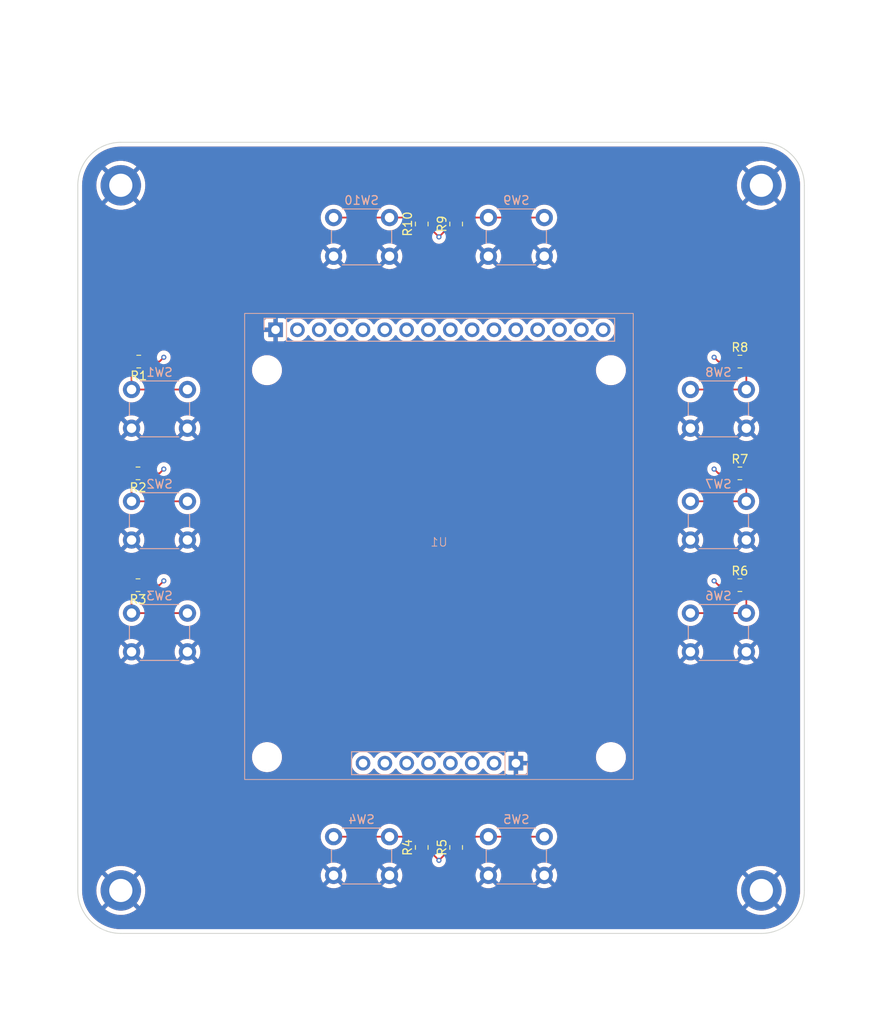
<source format=kicad_pcb>
(kicad_pcb (version 20240108) (generator "pcbnew") (generator_version "8.0")
  (layers (0 "F.Cu" signal) (1 "In1.Cu" signal) (2 "In2.Cu" signal) (31 "B.Cu" signal) (34 "B.Paste" user) (35 "F.Paste" user) (36 "B.SilkS" user "B.Silkscreen") (37 "F.SilkS" user "F.Silkscreen") (38 "B.Mask" user) (39 "F.Mask" user) (44 "Edge.Cuts" user))
  (net 0 "")
  (net 1 "/Btn/btn_1")
  (net 2 "VCC")
  (net 3 "/Btn/btn_2")
  (net 4 "/Btn/btn_3")
  (net 5 "/Btn/btn_10")
  (net 6 "/Btn/btn_9")
  (net 7 "/Btn/btn_8")
  (net 8 "/Btn/btn_7")
  (net 9 "/Btn/btn_6")
  (net 10 "/Btn/btn_5")
  (net 11 "/Btn/btn_4")
  (net 12 "GND")
  (footprint "Resistor_SMD:R_0805_2012Metric" (layer "F.Cu") (at 65 91.5 180)
    (property "Reference" "R2" (at 0 -1.65 360) (layer "F.SilkS"))
    (property "Value" "R")
    (fp_line (start -0.227064 0.735) (end 0.227064 0.735) (stroke (width 0.12)) (layer "F.SilkS"))
    (fp_line (start -0.227064 -0.735) (end 0.227064 -0.735) (stroke (width 0.12)) (layer "F.SilkS"))
    (pad "1" smd roundrect (at -0.9125 0 180) (size 1.025 1.4) (layers "F.Cu" "F.Paste" "F.Mask") (roundrect_rratio 0.243902) (net 2 "VCC"))
    (pad "2" smd roundrect (at 0.9125 0 180) (size 1.025 1.4) (layers "F.Cu" "F.Paste" "F.Mask") (roundrect_rratio 0.243902) (net 3 "/Btn/btn_2"))
  )
  (footprint "Resistor_SMD:R_0805_2012Metric" (layer "F.Cu") (at 65 104.5 180)
    (property "Reference" "R3" (at 0 -1.65 360) (layer "F.SilkS"))
    (property "Value" "R")
    (fp_line (start -0.227064 0.735) (end 0.227064 0.735) (stroke (width 0.12)) (layer "F.SilkS"))
    (fp_line (start -0.227064 -0.735) (end 0.227064 -0.735) (stroke (width 0.12)) (layer "F.SilkS"))
    (pad "1" smd roundrect (at -0.9125 0 180) (size 1.025 1.4) (layers "F.Cu" "F.Paste" "F.Mask") (roundrect_rratio 0.243902) (net 2 "VCC"))
    (pad "2" smd roundrect (at 0.9125 0 180) (size 1.025 1.4) (layers "F.Cu" "F.Paste" "F.Mask") (roundrect_rratio 0.243902) (net 4 "/Btn/btn_3"))
  )
  (footprint "MountingHole:MountingHole_2.7mm_M2.5_DIN965_Pad" (layer "F.Cu") (at 137.5 140)
    (property "Reference" "H2" (hide yes))
    (property "Value" "MountingHole_Pad" (hide yes))
    (pad "1" thru_hole circle (at 0 0) (size 4.7 4.7) (drill 2.7) (layers "*.Cu" "*.Mask") (net 12 "GND"))
  )
  (footprint "Resistor_SMD:R_0805_2012Metric" (layer "F.Cu") (at 135 78.5)
    (property "Reference" "R8" (at 0 -1.65 0) (layer "F.SilkS"))
    (property "Value" "R")
    (fp_line (start -0.227064 -0.735) (end 0.227064 -0.735) (stroke (width 0.12)) (layer "F.SilkS"))
    (fp_line (start -0.227064 0.735) (end 0.227064 0.735) (stroke (width 0.12)) (layer "F.SilkS"))
    (pad "1" smd roundrect (at -0.9125 0) (size 1.025 1.4) (layers "F.Cu" "F.Paste" "F.Mask") (roundrect_rratio 0.243902) (net 2 "VCC"))
    (pad "2" smd roundrect (at 0.9125 0) (size 1.025 1.4) (layers "F.Cu" "F.Paste" "F.Mask") (roundrect_rratio 0.243902) (net 9 "/Btn/btn_6"))
  )
  (footprint "MountingHole:MountingHole_2.7mm_M2.5_DIN965_Pad" (layer "F.Cu") (at 63 58)
    (property "Reference" "H3" (hide yes))
    (property "Value" "MountingHole_Pad" (hide yes))
    (pad "1" thru_hole circle (at 0 0) (size 4.7 4.7) (drill 2.7) (layers "*.Cu" "*.Mask") (net 12 "GND"))
  )
  (footprint "Resistor_SMD:R_0805_2012Metric" (layer "F.Cu") (at 65.0875 78.5 180)
    (property "Reference" "R1" (at 0 -1.65 360) (layer "F.SilkS"))
    (property "Value" "R")
    (fp_line (start -0.227064 0.735) (end 0.227064 0.735) (stroke (width 0.12)) (layer "F.SilkS"))
    (fp_line (start -0.227064 -0.735) (end 0.227064 -0.735) (stroke (width 0.12)) (layer "F.SilkS"))
    (pad "1" smd roundrect (at -0.9125 0 180) (size 1.025 1.4) (layers "F.Cu" "F.Paste" "F.Mask") (roundrect_rratio 0.243902) (net 2 "VCC"))
    (pad "2" smd roundrect (at 0.9125 0 180) (size 1.025 1.4) (layers "F.Cu" "F.Paste" "F.Mask") (roundrect_rratio 0.243902) (net 1 "/Btn/btn_1"))
  )
  (footprint "Resistor_SMD:R_0805_2012Metric" (layer "F.Cu") (at 135 104.5)
    (property "Reference" "R6" (at 0 -1.65 0) (layer "F.SilkS"))
    (property "Value" "R")
    (fp_line (start -0.227064 -0.735) (end 0.227064 -0.735) (stroke (width 0.12)) (layer "F.SilkS"))
    (fp_line (start -0.227064 0.735) (end 0.227064 0.735) (stroke (width 0.12)) (layer "F.SilkS"))
    (pad "1" smd roundrect (at -0.9125 0) (size 1.025 1.4) (layers "F.Cu" "F.Paste" "F.Mask") (roundrect_rratio 0.243902) (net 2 "VCC"))
    (pad "2" smd roundrect (at 0.9125 0) (size 1.025 1.4) (layers "F.Cu" "F.Paste" "F.Mask") (roundrect_rratio 0.243902) (net 7 "/Btn/btn_8"))
  )
  (footprint "Resistor_SMD:R_0805_2012Metric" (layer "F.Cu") (at 98 135 90)
    (property "Reference" "R4" (at 0 -1.65 90) (layer "F.SilkS"))
    (property "Value" "R")
    (fp_line (start -0.227064 -0.735) (end 0.227064 -0.735) (stroke (width 0.12)) (layer "F.SilkS"))
    (fp_line (start -0.227064 0.735) (end 0.227064 0.735) (stroke (width 0.12)) (layer "F.SilkS"))
    (pad "1" smd roundrect (at -0.9125 0 90) (size 1.025 1.4) (layers "F.Cu" "F.Paste" "F.Mask") (roundrect_rratio 0.243902) (net 2 "VCC"))
    (pad "2" smd roundrect (at 0.9125 0 90) (size 1.025 1.4) (layers "F.Cu" "F.Paste" "F.Mask") (roundrect_rratio 0.243902) (net 5 "/Btn/btn_10"))
  )
  (footprint "Resistor_SMD:R_0805_2012Metric" (layer "F.Cu") (at 135 91.5)
    (property "Reference" "R7" (at 0 -1.65 0) (layer "F.SilkS"))
    (property "Value" "R")
    (fp_line (start -0.227064 -0.735) (end 0.227064 -0.735) (stroke (width 0.12)) (layer "F.SilkS"))
    (fp_line (start -0.227064 0.735) (end 0.227064 0.735) (stroke (width 0.12)) (layer "F.SilkS"))
    (pad "1" smd roundrect (at -0.9125 0) (size 1.025 1.4) (layers "F.Cu" "F.Paste" "F.Mask") (roundrect_rratio 0.243902) (net 2 "VCC"))
    (pad "2" smd roundrect (at 0.9125 0) (size 1.025 1.4) (layers "F.Cu" "F.Paste" "F.Mask") (roundrect_rratio 0.243902) (net 8 "/Btn/btn_7"))
  )
  (footprint "MountingHole:MountingHole_2.7mm_M2.5_DIN965_Pad" (layer "F.Cu") (at 63 140)
    (property "Reference" "H4" (hide yes))
    (property "Value" "MountingHole_Pad" (hide yes))
    (pad "1" thru_hole circle (at 0 0) (size 4.7 4.7) (drill 2.7) (layers "*.Cu" "*.Mask") (net 12 "GND"))
  )
  (footprint "Resistor_SMD:R_0805_2012Metric" (layer "F.Cu") (at 102 62.5 90)
    (property "Reference" "R9" (at 0 -1.65 90) (layer "F.SilkS"))
    (property "Value" "R")
    (fp_line (start -0.227064 -0.735) (end 0.227064 -0.735) (stroke (width 0.12)) (layer "F.SilkS"))
    (fp_line (start -0.227064 0.735) (end 0.227064 0.735) (stroke (width 0.12)) (layer "F.SilkS"))
    (pad "1" smd roundrect (at -0.9125 0 90) (size 1.025 1.4) (layers "F.Cu" "F.Paste" "F.Mask") (roundrect_rratio 0.243902) (net 2 "VCC"))
    (pad "2" smd roundrect (at 0.9125 0 90) (size 1.025 1.4) (layers "F.Cu" "F.Paste" "F.Mask") (roundrect_rratio 0.243902) (net 10 "/Btn/btn_5"))
  )
  (footprint "Resistor_SMD:R_0805_2012Metric" (layer "F.Cu") (at 102 135 90)
    (property "Reference" "R5" (at 0 -1.65 90) (layer "F.SilkS"))
    (property "Value" "R")
    (fp_line (start -0.227064 -0.735) (end 0.227064 -0.735) (stroke (width 0.12)) (layer "F.SilkS"))
    (fp_line (start -0.227064 0.735) (end 0.227064 0.735) (stroke (width 0.12)) (layer "F.SilkS"))
    (pad "1" smd roundrect (at -0.9125 0 90) (size 1.025 1.4) (layers "F.Cu" "F.Paste" "F.Mask") (roundrect_rratio 0.243902) (net 2 "VCC"))
    (pad "2" smd roundrect (at 0.9125 0 90) (size 1.025 1.4) (layers "F.Cu" "F.Paste" "F.Mask") (roundrect_rratio 0.243902) (net 6 "/Btn/btn_9"))
  )
  (footprint "MountingHole:MountingHole_2.7mm_M2.5_DIN965_Pad" (layer "F.Cu") (at 137.5 58)
    (property "Reference" "H1" (hide yes))
    (property "Value" "MountingHole_Pad" (hide yes))
    (pad "1" thru_hole circle (at 0 0) (size 4.7 4.7) (drill 2.7) (layers "*.Cu" "*.Mask") (net 12 "GND"))
  )
  (footprint "Resistor_SMD:R_0805_2012Metric" (layer "F.Cu") (at 98 62.5 90)
    (property "Reference" "R10" (at 0 -1.65 90) (layer "F.SilkS"))
    (property "Value" "R")
    (fp_line (start -0.227064 -0.735) (end 0.227064 -0.735) (stroke (width 0.12)) (layer "F.SilkS"))
    (fp_line (start -0.227064 0.735) (end 0.227064 0.735) (stroke (width 0.12)) (layer "F.SilkS"))
    (pad "1" smd roundrect (at -0.9125 0 90) (size 1.025 1.4) (layers "F.Cu" "F.Paste" "F.Mask") (roundrect_rratio 0.243902) (net 2 "VCC"))
    (pad "2" smd roundrect (at 0.9125 0 90) (size 1.025 1.4) (layers "F.Cu" "F.Paste" "F.Mask") (roundrect_rratio 0.243902) (net 11 "/Btn/btn_4"))
  )
  (footprint "DigitalTrains:TFT 1.8 SPI" (layer "B.Cu") (at 100 100 180)
    (property "Reference" "U1" (at 0 0.5 0) (layer "B.SilkS") (effects (font (thickness 0.1)) (justify mirror)))
    (property "Value" "~")
    (fp_line (start 20.33 26.53) (end 19 26.53) (stroke (width 0.12)) (layer "B.SilkS"))
    (fp_line (start 20.33 25.2) (end 20.33 26.53) (stroke (width 0.12)) (layer "B.SilkS"))
    (fp_line (start 17.73 23.87) (end 17.73 26.53) (stroke (width 0.12)) (layer "B.SilkS"))
    (fp_line (start 10.16 -23.87) (end 10.16 -26.53) (stroke (width 0.12)) (layer "B.SilkS"))
    (fp_line (start 10.16 -23.87) (end -7.68 -23.87) (stroke (width 0.12)) (layer "B.SilkS"))
    (fp_line (start 10.16 -26.53) (end -7.68 -26.53) (stroke (width 0.12)) (layer "B.SilkS"))
    (fp_line (start -7.68 -23.87) (end -7.68 -26.53) (stroke (width 0.12)) (layer "B.SilkS"))
    (fp_line (start -10.28 -25.2) (end -10.28 -26.53) (stroke (width 0.12)) (layer "B.SilkS"))
    (fp_line (start -10.28 -26.53) (end -8.95 -26.53) (stroke (width 0.12)) (layer "B.SilkS"))
    (fp_line (start -20.43 26.53) (end 17.73 26.53) (stroke (width 0.12)) (layer "B.SilkS"))
    (fp_line (start -20.43 23.87) (end 17.73 23.87) (stroke (width 0.12)) (layer "B.SilkS"))
    (fp_line (start -20.43 23.87) (end -20.43 26.53) (stroke (width 0.12)) (layer "B.SilkS"))
    (fp_rect (start 22.6 -27.1) (end -22.6 27.1) (stroke (width 0.1)) (fill none) (layer "B.SilkS"))
    (pad "" np_thru_hole circle (at -20 -24.5 180) (size 3 3) (drill 3) (layers "F&B.Cu"))
    (pad "" np_thru_hole circle (at -20 20.5 180) (size 3 3) (drill 3) (layers "F&B.Cu"))
    (pad "" np_thru_hole circle (at 20 -24.5 180) (size 3 3) (drill 3) (layers "F&B.Cu"))
    (pad "" np_thru_hole circle (at 20 20.5 180) (size 3 3) (drill 3) (layers "F&B.Cu"))
    (pad "1" thru_hole rect (at 19 25.2 270) (size 1.7 1.7) (drill 1) (layers "*.Cu" "*.Mask") (net 12 "GND"))
    (pad "2" thru_hole oval (at 16.46 25.2 270) (size 1.7 1.7) (drill 1) (layers "*.Cu" "*.Mask") (net 2 "VCC"))
    (pad "3" thru_hole oval (at 13.92 25.2 270) (size 1.7 1.7) (drill 1) (layers "*.Cu" "*.Mask"))
    (pad "4" thru_hole oval (at 11.38 25.2 270) (size 1.7 1.7) (drill 1) (layers "*.Cu" "*.Mask"))
    (pad "5" thru_hole oval (at 8.84 25.2 270) (size 1.7 1.7) (drill 1) (layers "*.Cu" "*.Mask"))
    (pad "6" thru_hole oval (at 6.3 25.2 270) (size 1.7 1.7) (drill 1) (layers "*.Cu" "*.Mask"))
    (pad "7" thru_hole oval (at 3.76 25.2 270) (size 1.7 1.7) (drill 1) (layers "*.Cu" "*.Mask"))
    (pad "8" thru_hole oval (at 1.22 25.2 270) (size 1.7 1.7) (drill 1) (layers "*.Cu" "*.Mask"))
    (pad "9" thru_hole oval (at -1.32 25.2 270) (size 1.7 1.7) (drill 1) (layers "*.Cu" "*.Mask"))
    (pad "10" thru_hole oval (at -3.86 25.2 270) (size 1.7 1.7) (drill 1) (layers "*.Cu" "*.Mask"))
    (pad "11" thru_hole oval (at -6.4 25.2 270) (size 1.7 1.7) (drill 1) (layers "*.Cu" "*.Mask"))
    (pad "12" thru_hole oval (at -8.94 25.2 270) (size 1.7 1.7) (drill 1) (layers "*.Cu" "*.Mask"))
    (pad "13" thru_hole oval (at -11.48 25.2 270) (size 1.7 1.7) (drill 1) (layers "*.Cu" "*.Mask"))
    (pad "14" thru_hole oval (at -14.02 25.2 270) (size 1.7 1.7) (drill 1) (layers "*.Cu" "*.Mask"))
    (pad "15" thru_hole oval (at -16.56 25.2 270) (size 1.7 1.7) (drill 1) (layers "*.Cu" "*.Mask"))
    (pad "16" thru_hole oval (at -19.1 25.2 270) (size 1.7 1.7) (drill 1) (layers "*.Cu" "*.Mask"))
    (pad "17" thru_hole rect (at -8.95 -25.2 90) (size 1.7 1.7) (drill 1) (layers "*.Cu" "*.Mask") (net 12 "GND"))
    (pad "18" thru_hole oval (at -6.41 -25.2 90) (size 1.7 1.7) (drill 1) (layers "*.Cu" "*.Mask"))
    (pad "19" thru_hole oval (at -3.87 -25.2 90) (size 1.7 1.7) (drill 1) (layers "*.Cu" "*.Mask") (net 2 "VCC"))
    (pad "20" thru_hole oval (at -1.33 -25.2 90) (size 1.7 1.7) (drill 1) (layers "*.Cu" "*.Mask"))
    (pad "21" thru_hole oval (at 1.21 -25.2 90) (size 1.7 1.7) (drill 1) (layers "*.Cu" "*.Mask"))
    (pad "22" thru_hole oval (at 3.75 -25.2 90) (size 1.7 1.7) (drill 1) (layers "*.Cu" "*.Mask"))
    (pad "23" thru_hole oval (at 6.29 -25.2 90) (size 1.7 1.7) (drill 1) (layers "*.Cu" "*.Mask"))
    (pad "24" thru_hole oval (at 8.83 -25.2 90) (size 1.7 1.7) (drill 1) (layers "*.Cu" "*.Mask"))
  )
  (footprint "Button_Switch_THT:SW_PUSH_6mm" (layer "B.Cu") (at 94.25 61.75 180)
    (property "Reference" "SW10" (at 3.25 2 0) (layer "B.SilkS") (effects (justify mirror)))
    (property "Value" "SW_Push")
    (fp_line (start 6.75 -1.5) (end 6.75 -3) (stroke (width 0.12)) (layer "B.SilkS"))
    (fp_line (start 5.5 -5.5) (end 1 -5.5) (stroke (width 0.12)) (layer "B.SilkS"))
    (fp_line (start 1 1) (end 5.5 1) (stroke (width 0.12)) (layer "B.SilkS"))
    (fp_line (start -0.25 -3) (end -0.25 -1.5) (stroke (width 0.12)) (layer "B.SilkS"))
    (pad "1" thru_hole circle (at 0 0 90) (size 2 2) (drill 1.1) (layers "*.Cu" "*.Mask") (net 11 "/Btn/btn_4"))
    (pad "1" thru_hole circle (at 6.5 0 90) (size 2 2) (drill 1.1) (layers "*.Cu" "*.Mask") (net 11 "/Btn/btn_4"))
    (pad "2" thru_hole circle (at 0 -4.5 90) (size 2 2) (drill 1.1) (layers "*.Cu" "*.Mask") (net 12 "GND"))
    (pad "2" thru_hole circle (at 6.5 -4.5 90) (size 2 2) (drill 1.1) (layers "*.Cu" "*.Mask") (net 12 "GND"))
  )
  (footprint "Button_Switch_THT:SW_PUSH_6mm" (layer "B.Cu") (at 94.25 133.75 180)
    (property "Reference" "SW4" (at 3.25 2 0) (layer "B.SilkS") (effects (justify mirror)))
    (property "Value" "SW_Push")
    (fp_line (start 6.75 -1.5) (end 6.75 -3) (stroke (width 0.12)) (layer "B.SilkS"))
    (fp_line (start 5.5 -5.5) (end 1 -5.5) (stroke (width 0.12)) (layer "B.SilkS"))
    (fp_line (start 1 1) (end 5.5 1) (stroke (width 0.12)) (layer "B.SilkS"))
    (fp_line (start -0.25 -3) (end -0.25 -1.5) (stroke (width 0.12)) (layer "B.SilkS"))
    (pad "1" thru_hole circle (at 0 0 90) (size 2 2) (drill 1.1) (layers "*.Cu" "*.Mask") (net 5 "/Btn/btn_10"))
    (pad "1" thru_hole circle (at 6.5 0 90) (size 2 2) (drill 1.1) (layers "*.Cu" "*.Mask") (net 5 "/Btn/btn_10"))
    (pad "2" thru_hole circle (at 0 -4.5 90) (size 2 2) (drill 1.1) (layers "*.Cu" "*.Mask") (net 12 "GND"))
    (pad "2" thru_hole circle (at 6.5 -4.5 90) (size 2 2) (drill 1.1) (layers "*.Cu" "*.Mask") (net 12 "GND"))
  )
  (footprint "Button_Switch_THT:SW_PUSH_6mm" (layer "B.Cu") (at 135.75 81.75 180)
    (property "Reference" "SW8" (at 3.25 2 0) (layer "B.SilkS") (effects (justify mirror)))
    (property "Value" "SW_Push")
    (fp_line (start 6.75 -1.5) (end 6.75 -3) (stroke (width 0.12)) (layer "B.SilkS"))
    (fp_line (start 5.5 -5.5) (end 1 -5.5) (stroke (width 0.12)) (layer "B.SilkS"))
    (fp_line (start 1 1) (end 5.5 1) (stroke (width 0.12)) (layer "B.SilkS"))
    (fp_line (start -0.25 -3) (end -0.25 -1.5) (stroke (width 0.12)) (layer "B.SilkS"))
    (pad "1" thru_hole circle (at 0 0 90) (size 2 2) (drill 1.1) (layers "*.Cu" "*.Mask") (net 9 "/Btn/btn_6"))
    (pad "1" thru_hole circle (at 6.5 0 90) (size 2 2) (drill 1.1) (layers "*.Cu" "*.Mask") (net 9 "/Btn/btn_6"))
    (pad "2" thru_hole circle (at 0 -4.5 90) (size 2 2) (drill 1.1) (layers "*.Cu" "*.Mask") (net 12 "GND"))
    (pad "2" thru_hole circle (at 6.5 -4.5 90) (size 2 2) (drill 1.1) (layers "*.Cu" "*.Mask") (net 12 "GND"))
  )
  (footprint "Button_Switch_THT:SW_PUSH_6mm" (layer "B.Cu") (at 70.75 94.75 180)
    (property "Reference" "SW2" (at 3.25 2 0) (layer "B.SilkS") (effects (justify mirror)))
    (property "Value" "SW_Push")
    (fp_line (start 6.75 -1.5) (end 6.75 -3) (stroke (width 0.12)) (layer "B.SilkS"))
    (fp_line (start 5.5 -5.5) (end 1 -5.5) (stroke (width 0.12)) (layer "B.SilkS"))
    (fp_line (start 1 1) (end 5.5 1) (stroke (width 0.12)) (layer "B.SilkS"))
    (fp_line (start -0.25 -3) (end -0.25 -1.5) (stroke (width 0.12)) (layer "B.SilkS"))
    (pad "1" thru_hole circle (at 0 0 90) (size 2 2) (drill 1.1) (layers "*.Cu" "*.Mask") (net 3 "/Btn/btn_2"))
    (pad "1" thru_hole circle (at 6.5 0 90) (size 2 2) (drill 1.1) (layers "*.Cu" "*.Mask") (net 3 "/Btn/btn_2"))
    (pad "2" thru_hole circle (at 0 -4.5 90) (size 2 2) (drill 1.1) (layers "*.Cu" "*.Mask") (net 12 "GND"))
    (pad "2" thru_hole circle (at 6.5 -4.5 90) (size 2 2) (drill 1.1) (layers "*.Cu" "*.Mask") (net 12 "GND"))
  )
  (footprint "Button_Switch_THT:SW_PUSH_6mm" (layer "B.Cu") (at 112.25 133.75 180)
    (property "Reference" "SW5" (at 3.25 2 0) (layer "B.SilkS") (effects (justify mirror)))
    (property "Value" "SW_Push")
    (fp_line (start 6.75 -1.5) (end 6.75 -3) (stroke (width 0.12)) (layer "B.SilkS"))
    (fp_line (start 5.5 -5.5) (end 1 -5.5) (stroke (width 0.12)) (layer "B.SilkS"))
    (fp_line (start 1 1) (end 5.5 1) (stroke (width 0.12)) (layer "B.SilkS"))
    (fp_line (start -0.25 -3) (end -0.25 -1.5) (stroke (width 0.12)) (layer "B.SilkS"))
    (pad "1" thru_hole circle (at 0 0 90) (size 2 2) (drill 1.1) (layers "*.Cu" "*.Mask") (net 6 "/Btn/btn_9"))
    (pad "1" thru_hole circle (at 6.5 0 90) (size 2 2) (drill 1.1) (layers "*.Cu" "*.Mask") (net 6 "/Btn/btn_9"))
    (pad "2" thru_hole circle (at 0 -4.5 90) (size 2 2) (drill 1.1) (layers "*.Cu" "*.Mask") (net 12 "GND"))
    (pad "2" thru_hole circle (at 6.5 -4.5 90) (size 2 2) (drill 1.1) (layers "*.Cu" "*.Mask") (net 12 "GND"))
  )
  (footprint "Button_Switch_THT:SW_PUSH_6mm" (layer "B.Cu") (at 135.75 94.75 180)
    (property "Reference" "SW7" (at 3.25 2 0) (layer "B.SilkS") (effects (justify mirror)))
    (property "Value" "SW_Push")
    (fp_line (start 6.75 -1.5) (end 6.75 -3) (stroke (width 0.12)) (layer "B.SilkS"))
    (fp_line (start 5.5 -5.5) (end 1 -5.5) (stroke (width 0.12)) (layer "B.SilkS"))
    (fp_line (start 1 1) (end 5.5 1) (stroke (width 0.12)) (layer "B.SilkS"))
    (fp_line (start -0.25 -3) (end -0.25 -1.5) (stroke (width 0.12)) (layer "B.SilkS"))
    (pad "1" thru_hole circle (at 0 0 90) (size 2 2) (drill 1.1) (layers "*.Cu" "*.Mask") (net 8 "/Btn/btn_7"))
    (pad "1" thru_hole circle (at 6.5 0 90) (size 2 2) (drill 1.1) (layers "*.Cu" "*.Mask") (net 8 "/Btn/btn_7"))
    (pad "2" thru_hole circle (at 0 -4.5 90) (size 2 2) (drill 1.1) (layers "*.Cu" "*.Mask") (net 12 "GND"))
    (pad "2" thru_hole circle (at 6.5 -4.5 90) (size 2 2) (drill 1.1) (layers "*.Cu" "*.Mask") (net 12 "GND"))
  )
  (footprint "Button_Switch_THT:SW_PUSH_6mm" (layer "B.Cu") (at 70.75 81.75 180)
    (property "Reference" "SW1" (at 3.25 2 0) (layer "B.SilkS") (effects (justify mirror)))
    (property "Value" "SW_Push")
    (fp_line (start 6.75 -1.5) (end 6.75 -3) (stroke (width 0.12)) (layer "B.SilkS"))
    (fp_line (start 5.5 -5.5) (end 1 -5.5) (stroke (width 0.12)) (layer "B.SilkS"))
    (fp_line (start 1 1) (end 5.5 1) (stroke (width 0.12)) (layer "B.SilkS"))
    (fp_line (start -0.25 -3) (end -0.25 -1.5) (stroke (width 0.12)) (layer "B.SilkS"))
    (pad "1" thru_hole circle (at 0 0 90) (size 2 2) (drill 1.1) (layers "*.Cu" "*.Mask") (net 1 "/Btn/btn_1"))
    (pad "1" thru_hole circle (at 6.5 0 90) (size 2 2) (drill 1.1) (layers "*.Cu" "*.Mask") (net 1 "/Btn/btn_1"))
    (pad "2" thru_hole circle (at 0 -4.5 90) (size 2 2) (drill 1.1) (layers "*.Cu" "*.Mask") (net 12 "GND"))
    (pad "2" thru_hole circle (at 6.5 -4.5 90) (size 2 2) (drill 1.1) (layers "*.Cu" "*.Mask") (net 12 "GND"))
  )
  (footprint "Button_Switch_THT:SW_PUSH_6mm" (layer "B.Cu") (at 70.75 107.75 180)
    (property "Reference" "SW3" (at 3.25 2 0) (layer "B.SilkS") (effects (justify mirror)))
    (property "Value" "SW_Push")
    (fp_line (start 6.75 -1.5) (end 6.75 -3) (stroke (width 0.12)) (layer "B.SilkS"))
    (fp_line (start 5.5 -5.5) (end 1 -5.5) (stroke (width 0.12)) (layer "B.SilkS"))
    (fp_line (start 1 1) (end 5.5 1) (stroke (width 0.12)) (layer "B.SilkS"))
    (fp_line (start -0.25 -3) (end -0.25 -1.5) (stroke (width 0.12)) (layer "B.SilkS"))
    (pad "1" thru_hole circle (at 0 0 90) (size 2 2) (drill 1.1) (layers "*.Cu" "*.Mask") (net 4 "/Btn/btn_3"))
    (pad "1" thru_hole circle (at 6.5 0 90) (size 2 2) (drill 1.1) (layers "*.Cu" "*.Mask") (net 4 "/Btn/btn_3"))
    (pad "2" thru_hole circle (at 0 -4.5 90) (size 2 2) (drill 1.1) (layers "*.Cu" "*.Mask") (net 12 "GND"))
    (pad "2" thru_hole circle (at 6.5 -4.5 90) (size 2 2) (drill 1.1) (layers "*.Cu" "*.Mask") (net 12 "GND"))
  )
  (footprint "Button_Switch_THT:SW_PUSH_6mm" (layer "B.Cu") (at 135.75 107.75 180)
    (property "Reference" "SW6" (at 3.25 2 0) (layer "B.SilkS") (effects (justify mirror)))
    (property "Value" "SW_Push")
    (fp_line (start 6.75 -1.5) (end 6.75 -3) (stroke (width 0.12)) (layer "B.SilkS"))
    (fp_line (start 5.5 -5.5) (end 1 -5.5) (stroke (width 0.12)) (layer "B.SilkS"))
    (fp_line (start 1 1) (end 5.5 1) (stroke (width 0.12)) (layer "B.SilkS"))
    (fp_line (start -0.25 -3) (end -0.25 -1.5) (stroke (width 0.12)) (layer "B.SilkS"))
    (pad "1" thru_hole circle (at 0 0 90) (size 2 2) (drill 1.1) (layers "*.Cu" "*.Mask") (net 7 "/Btn/btn_8"))
    (pad "1" thru_hole circle (at 6.5 0 90) (size 2 2) (drill 1.1) (layers "*.Cu" "*.Mask") (net 7 "/Btn/btn_8"))
    (pad "2" thru_hole circle (at 0 -4.5 90) (size 2 2) (drill 1.1) (layers "*.Cu" "*.Mask") (net 12 "GND"))
    (pad "2" thru_hole circle (at 6.5 -4.5 90) (size 2 2) (drill 1.1) (layers "*.Cu" "*.Mask") (net 12 "GND"))
  )
  (footprint "Button_Switch_THT:SW_PUSH_6mm" (layer "B.Cu") (at 112.25 61.75 180)
    (property "Reference" "SW9" (at 3.25 2 0) (layer "B.SilkS") (effects (justify mirror)))
    (property "Value" "SW_Push")
    (fp_line (start 6.75 -1.5) (end 6.75 -3) (stroke (width 0.12)) (layer "B.SilkS"))
    (fp_line (start 5.5 -5.5) (end 1 -5.5) (stroke (width 0.12)) (layer "B.SilkS"))
    (fp_line (start 1 1) (end 5.5 1) (stroke (width 0.12)) (layer "B.SilkS"))
    (fp_line (start -0.25 -3) (end -0.25 -1.5) (stroke (width 0.12)) (layer "B.SilkS"))
    (pad "1" thru_hole circle (at 0 0 90) (size 2 2) (drill 1.1) (layers "*.Cu" "*.Mask") (net 10 "/Btn/btn_5"))
    (pad "1" thru_hole circle (at 6.5 0 90) (size 2 2) (drill 1.1) (layers "*.Cu" "*.Mask") (net 10 "/Btn/btn_5"))
    (pad "2" thru_hole circle (at 0 -4.5 90) (size 2 2) (drill 1.1) (layers "*.Cu" "*.Mask") (net 12 "GND"))
    (pad "2" thru_hole circle (at 6.5 -4.5 90) (size 2 2) (drill 1.1) (layers "*.Cu" "*.Mask") (net 12 "GND"))
  )
  (gr_arc (start 137.5 53) (mid 141.035534 54.464466) (end 142.5 58) (stroke (width 0.1)) (layer "Edge.Cuts"))
  (gr_line (start 58 58) (end 58 140) (stroke (width 0.1)) (layer "Edge.Cuts"))
  (gr_arc (start 142.5 140) (mid 141.035534 143.535534) (end 137.5 145) (stroke (width 0.1)) (layer "Edge.Cuts"))
  (gr_arc (start 63 145) (mid 59.464466 143.535534) (end 58 140) (stroke (width 0.1)) (layer "Edge.Cuts"))
  (gr_line (start 142.5 140) (end 142.5 58) (stroke (width 0.1)) (layer "Edge.Cuts"))
  (gr_line (start 137.5 53) (end 63 53) (stroke (width 0.1)) (layer "Edge.Cuts"))
  (gr_arc (start 58 58) (mid 59.464466 54.464466) (end 63 53) (stroke (width 0.1)) (layer "Edge.Cuts"))
  (gr_line (start 63 145) (end 137.5 145) (stroke (width 0.1)) (layer "Edge.Cuts"))
  (segment (start 64.25 81.75) (end 70.75 81.75) (width 0.2) (layer "F.Cu") (net 1))
  (segment (start 64.175 80.175) (end 64.175 78.5) (width 0.2) (layer "F.Cu") (net 1))
  (segment (start 64.25 80.25) (end 64.175 80.175) (width 0.2) (layer "F.Cu") (net 1))
  (segment (start 64.25 81.75) (end 64.25 80.25) (width 0.2) (layer "F.Cu") (net 1))
  (segment (start 100.5875 63.4125) (end 100 64) (width 0.2) (layer "F.Cu") (net 2))
  (segment (start 134.0875 91.5) (end 132.5 91.5) (width 0.2) (layer "F.Cu") (net 2))
  (segment (start 100 136.5) (end 100.5875 135.9125) (width 0.2) (layer "F.Cu") (net 2))
  (segment (start 65.9125 104.5) (end 67.5 104.5) (width 0.2) (layer "F.Cu") (net 2))
  (segment (start 100.5875 135.9125) (end 102 135.9125) (width 0.2) (layer "F.Cu") (net 2))
  (segment (start 67.5 91.5) (end 65.9125 91.5) (width 0.2) (layer "F.Cu") (net 2))
  (segment (start 68 91) (end 67.5 91.5) (width 0.2) (layer "F.Cu") (net 2))
  (segment (start 66 78.5) (end 67.5 78.5) (width 0.2) (layer "F.Cu") (net 2))
  (segment (start 98 135.9125) (end 99.4125 135.9125) (width 0.2) (layer "F.Cu") (net 2))
  (segment (start 132.5 91.5) (end 132 91) (width 0.2) (layer "F.Cu") (net 2))
  (segment (start 98 63.4125) (end 99.4125 63.4125) (width 0.2) (layer "F.Cu") (net 2))
  (segment (start 99.4125 63.4125) (end 100 64) (width 0.2) (layer "F.Cu") (net 2))
  (segment (start 132.5 104.5) (end 132 104) (width 0.2) (layer "F.Cu") (net 2))
  (segment (start 132.5 78.5) (end 132 78) (width 0.2) (layer "F.Cu") (net 2))
  (segment (start 99.4125 135.9125) (end 100 136.5) (width 0.2) (layer "F.Cu") (net 2))
  (segment (start 67.5 104.5) (end 68 104) (width 0.2) (layer "F.Cu") (net 2))
  (segment (start 102 63.4125) (end 100.5875 63.4125) (width 0.2) (layer "F.Cu") (net 2))
  (segment (start 134.0875 104.5) (end 132.5 104.5) (width 0.2) (layer "F.Cu") (net 2))
  (segment (start 134.0875 78.5) (end 132.5 78.5) (width 0.2) (layer "F.Cu") (net 2))
  (segment (start 67.5 78.5) (end 68 78) (width 0.2) (layer "F.Cu") (net 2))
  (via (at 100 136.5) (size 0.6) (drill 0.3) (layers "F.Cu" "B.Cu") (net 2))
  (via (at 100 64) (size 0.6) (drill 0.3) (layers "F.Cu" "B.Cu") (net 2))
  (via (at 132 91) (size 0.6) (drill 0.3) (layers "F.Cu" "B.Cu") (net 2))
  (via (at 68 91) (size 0.6) (drill 0.3) (layers "F.Cu" "B.Cu") (net 2))
  (via (at 132 104) (size 0.6) (drill 0.3) (layers "F.Cu" "B.Cu") (net 2))
  (via (at 68 104) (size 0.6) (drill 0.3) (layers "F.Cu" "B.Cu") (net 2))
  (via (at 68 78) (size 0.6) (drill 0.3) (layers "F.Cu" "B.Cu") (net 2))
  (via (at 132 78) (size 0.6) (drill 0.3) (layers "F.Cu" "B.Cu") (net 2))
  (segment (start 64.25 94.75) (end 70.75 94.75) (width 0.2) (layer "F.Cu") (net 3))
  (segment (start 64.0875 93.0875) (end 64.0875 91.5) (width 0.2) (layer "F.Cu") (net 3))
  (segment (start 64.25 93.25) (end 64.0875 93.0875) (width 0.2) (layer "F.Cu") (net 3))
  (segment (start 64.25 94.75) (end 64.25 93.25) (width 0.2) (layer "F.Cu") (net 3))
  (segment (start 64.25 107.75) (end 70.75 107.75) (width 0.2) (layer "F.Cu") (net 4))
  (segment (start 64.25 106.25) (end 64.0875 106.0875) (width 0.2) (layer "F.Cu") (net 4))
  (segment (start 64.0875 106.0875) (end 64.0875 104.5) (width 0.2) (layer "F.Cu") (net 4))
  (segment (start 64.25 107.75) (end 64.25 106.25) (width 0.2) (layer "F.Cu") (net 4))
  (segment (start 95.75 133.75) (end 94.25 133.75) (width 0.2) (layer "F.Cu") (net 5))
  (segment (start 96.0875 134.0875) (end 95.75 133.75) (width 0.2) (layer "F.Cu") (net 5))
  (segment (start 98 134.0875) (end 96.0875 134.0875) (width 0.2) (layer "F.Cu") (net 5))
  (segment (start 94.25 133.75) (end 87.75 133.75) (width 0.2) (layer "F.Cu") (net 5))
  (segment (start 105.75 133.75) (end 112.25 133.75) (width 0.2) (layer "F.Cu") (net 6))
  (segment (start 103.9125 134.0875) (end 104.25 133.75) (width 0.2) (layer "F.Cu") (net 6))
  (segment (start 102 134.0875) (end 103.9125 134.0875) (width 0.2) (layer "F.Cu") (net 6))
  (segment (start 104.25 133.75) (end 105.75 133.75) (width 0.2) (layer "F.Cu") (net 6))
  (segment (start 135.75 107.75) (end 129.25 107.75) (width 0.2) (layer "F.Cu") (net 7))
  (segment (start 135.75 106.075) (end 135.9125 105.9125) (width 0.2) (layer "F.Cu") (net 7))
  (segment (start 135.9125 105.9125) (end 135.9125 104.5) (width 0.2) (layer "F.Cu") (net 7))
  (segment (start 135.75 107.75) (end 135.75 106.075) (width 0.2) (layer "F.Cu") (net 7))
  (segment (start 135.75 94.75) (end 135.75 93.075) (width 0.2) (layer "F.Cu") (net 8))
  (segment (start 135.75 93.075) (end 135.9125 92.9125) (width 0.2) (layer "F.Cu") (net 8))
  (segment (start 129.25 94.75) (end 135.75 94.75) (width 0.2) (layer "F.Cu") (net 8))
  (segment (start 135.9125 92.9125) (end 135.9125 91.5) (width 0.2) (layer "F.Cu") (net 8))
  (segment (start 135.9125 78.5) (end 135.9125 80) (width 0.2) (layer "F.Cu") (net 9))
  (segment (start 135.9125 80) (end 135.75 80.1625) (width 0.2) (layer "F.Cu") (net 9))
  (segment (start 135.75 80.1625) (end 135.75 81.75) (width 0.2) (layer "F.Cu") (net 9))
  (segment (start 129.25 81.75) (end 135.75 81.75) (width 0.2) (layer "F.Cu") (net 9))
  (segment (start 102 61.5875) (end 104.0875 61.5875) (width 0.2) (layer "F.Cu") (net 10))
  (segment (start 104.25 61.75) (end 105.75 61.75) (width 0.2) (layer "F.Cu") (net 10))
  (segment (start 105.75 61.75) (end 112.25 61.75) (width 0.2) (layer "F.Cu") (net 10))
  (segment (start 104.0875 61.5875) (end 104.25 61.75) (width 0.2) (layer "F.Cu") (net 10))
  (segment (start 95.925 61.75) (end 96.0875 61.5875) (width 0.2) (layer "F.Cu") (net 11))
  (segment (start 87.75 61.75) (end 94.25 61.75) (width 0.2) (layer "F.Cu") (net 11))
  (segment (start 96.0875 61.5875) (end 98 61.5875) (width 0.2) (layer "F.Cu") (net 11))
  (segment (start 94.25 61.75) (end 95.925 61.75) (width 0.2) (layer "F.Cu") (net 11))
  (zone (net 12) (net_name "GND") (layers "F&B.Cu") (connect_pads (clearance 0.5)) (min_thickness 0.25) (fill yes (thermal_gap 0.5) (thermal_bridge_width 0.5))
    (polygon (pts (xy 58 53) (xy 142.5 53) (xy 142.5 145) (xy 58 145)))
  )
)
</source>
